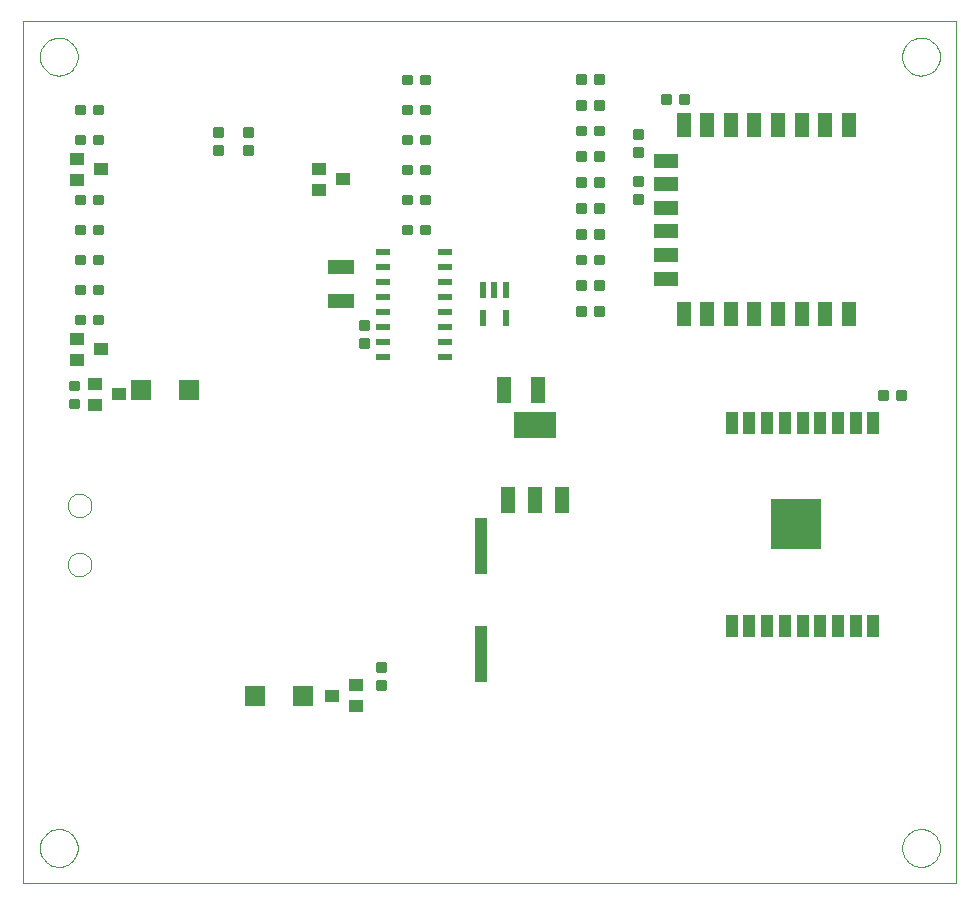
<source format=gtp>
G75*
%MOIN*%
%OFA0B0*%
%FSLAX24Y24*%
%IPPOS*%
%LPD*%
%AMOC8*
5,1,8,0,0,1.08239X$1,22.5*
%
%ADD10C,0.0000*%
%ADD11R,0.0500X0.0900*%
%ADD12R,0.1400X0.0850*%
%ADD13R,0.0450X0.0900*%
%ADD14R,0.0394X0.1850*%
%ADD15R,0.0472X0.0236*%
%ADD16C,0.0088*%
%ADD17R,0.0709X0.0697*%
%ADD18R,0.0472X0.0787*%
%ADD19R,0.0787X0.0472*%
%ADD20R,0.0900X0.0450*%
%ADD21R,0.0433X0.0728*%
%ADD22R,0.1693X0.1693*%
%ADD23R,0.0450X0.0400*%
%ADD24R,0.0220X0.0520*%
D10*
X001306Y002003D02*
X001306Y030743D01*
X032408Y030743D01*
X032408Y002003D01*
X001306Y002003D01*
X001857Y003184D02*
X001859Y003234D01*
X001865Y003284D01*
X001875Y003333D01*
X001889Y003381D01*
X001906Y003428D01*
X001927Y003473D01*
X001952Y003517D01*
X001980Y003558D01*
X002012Y003597D01*
X002046Y003634D01*
X002083Y003668D01*
X002123Y003698D01*
X002165Y003725D01*
X002209Y003749D01*
X002255Y003770D01*
X002302Y003786D01*
X002350Y003799D01*
X002400Y003808D01*
X002449Y003813D01*
X002500Y003814D01*
X002550Y003811D01*
X002599Y003804D01*
X002648Y003793D01*
X002696Y003778D01*
X002742Y003760D01*
X002787Y003738D01*
X002830Y003712D01*
X002871Y003683D01*
X002910Y003651D01*
X002946Y003616D01*
X002978Y003578D01*
X003008Y003538D01*
X003035Y003495D01*
X003058Y003451D01*
X003077Y003405D01*
X003093Y003357D01*
X003105Y003308D01*
X003113Y003259D01*
X003117Y003209D01*
X003117Y003159D01*
X003113Y003109D01*
X003105Y003060D01*
X003093Y003011D01*
X003077Y002963D01*
X003058Y002917D01*
X003035Y002873D01*
X003008Y002830D01*
X002978Y002790D01*
X002946Y002752D01*
X002910Y002717D01*
X002871Y002685D01*
X002830Y002656D01*
X002787Y002630D01*
X002742Y002608D01*
X002696Y002590D01*
X002648Y002575D01*
X002599Y002564D01*
X002550Y002557D01*
X002500Y002554D01*
X002449Y002555D01*
X002400Y002560D01*
X002350Y002569D01*
X002302Y002582D01*
X002255Y002598D01*
X002209Y002619D01*
X002165Y002643D01*
X002123Y002670D01*
X002083Y002700D01*
X002046Y002734D01*
X002012Y002771D01*
X001980Y002810D01*
X001952Y002851D01*
X001927Y002895D01*
X001906Y002940D01*
X001889Y002987D01*
X001875Y003035D01*
X001865Y003084D01*
X001859Y003134D01*
X001857Y003184D01*
X002782Y012633D02*
X002784Y012672D01*
X002790Y012711D01*
X002800Y012749D01*
X002813Y012786D01*
X002830Y012821D01*
X002850Y012855D01*
X002874Y012886D01*
X002901Y012915D01*
X002930Y012941D01*
X002962Y012964D01*
X002996Y012984D01*
X003032Y013000D01*
X003069Y013012D01*
X003108Y013021D01*
X003147Y013026D01*
X003186Y013027D01*
X003225Y013024D01*
X003264Y013017D01*
X003301Y013006D01*
X003338Y012992D01*
X003373Y012974D01*
X003406Y012953D01*
X003437Y012928D01*
X003465Y012901D01*
X003490Y012871D01*
X003512Y012838D01*
X003531Y012804D01*
X003546Y012768D01*
X003558Y012730D01*
X003566Y012692D01*
X003570Y012653D01*
X003570Y012613D01*
X003566Y012574D01*
X003558Y012536D01*
X003546Y012498D01*
X003531Y012462D01*
X003512Y012428D01*
X003490Y012395D01*
X003465Y012365D01*
X003437Y012338D01*
X003406Y012313D01*
X003373Y012292D01*
X003338Y012274D01*
X003301Y012260D01*
X003264Y012249D01*
X003225Y012242D01*
X003186Y012239D01*
X003147Y012240D01*
X003108Y012245D01*
X003069Y012254D01*
X003032Y012266D01*
X002996Y012282D01*
X002962Y012302D01*
X002930Y012325D01*
X002901Y012351D01*
X002874Y012380D01*
X002850Y012411D01*
X002830Y012445D01*
X002813Y012480D01*
X002800Y012517D01*
X002790Y012555D01*
X002784Y012594D01*
X002782Y012633D01*
X002782Y014602D02*
X002784Y014641D01*
X002790Y014680D01*
X002800Y014718D01*
X002813Y014755D01*
X002830Y014790D01*
X002850Y014824D01*
X002874Y014855D01*
X002901Y014884D01*
X002930Y014910D01*
X002962Y014933D01*
X002996Y014953D01*
X003032Y014969D01*
X003069Y014981D01*
X003108Y014990D01*
X003147Y014995D01*
X003186Y014996D01*
X003225Y014993D01*
X003264Y014986D01*
X003301Y014975D01*
X003338Y014961D01*
X003373Y014943D01*
X003406Y014922D01*
X003437Y014897D01*
X003465Y014870D01*
X003490Y014840D01*
X003512Y014807D01*
X003531Y014773D01*
X003546Y014737D01*
X003558Y014699D01*
X003566Y014661D01*
X003570Y014622D01*
X003570Y014582D01*
X003566Y014543D01*
X003558Y014505D01*
X003546Y014467D01*
X003531Y014431D01*
X003512Y014397D01*
X003490Y014364D01*
X003465Y014334D01*
X003437Y014307D01*
X003406Y014282D01*
X003373Y014261D01*
X003338Y014243D01*
X003301Y014229D01*
X003264Y014218D01*
X003225Y014211D01*
X003186Y014208D01*
X003147Y014209D01*
X003108Y014214D01*
X003069Y014223D01*
X003032Y014235D01*
X002996Y014251D01*
X002962Y014271D01*
X002930Y014294D01*
X002901Y014320D01*
X002874Y014349D01*
X002850Y014380D01*
X002830Y014414D01*
X002813Y014449D01*
X002800Y014486D01*
X002790Y014524D01*
X002784Y014563D01*
X002782Y014602D01*
X001857Y029562D02*
X001859Y029612D01*
X001865Y029662D01*
X001875Y029711D01*
X001889Y029759D01*
X001906Y029806D01*
X001927Y029851D01*
X001952Y029895D01*
X001980Y029936D01*
X002012Y029975D01*
X002046Y030012D01*
X002083Y030046D01*
X002123Y030076D01*
X002165Y030103D01*
X002209Y030127D01*
X002255Y030148D01*
X002302Y030164D01*
X002350Y030177D01*
X002400Y030186D01*
X002449Y030191D01*
X002500Y030192D01*
X002550Y030189D01*
X002599Y030182D01*
X002648Y030171D01*
X002696Y030156D01*
X002742Y030138D01*
X002787Y030116D01*
X002830Y030090D01*
X002871Y030061D01*
X002910Y030029D01*
X002946Y029994D01*
X002978Y029956D01*
X003008Y029916D01*
X003035Y029873D01*
X003058Y029829D01*
X003077Y029783D01*
X003093Y029735D01*
X003105Y029686D01*
X003113Y029637D01*
X003117Y029587D01*
X003117Y029537D01*
X003113Y029487D01*
X003105Y029438D01*
X003093Y029389D01*
X003077Y029341D01*
X003058Y029295D01*
X003035Y029251D01*
X003008Y029208D01*
X002978Y029168D01*
X002946Y029130D01*
X002910Y029095D01*
X002871Y029063D01*
X002830Y029034D01*
X002787Y029008D01*
X002742Y028986D01*
X002696Y028968D01*
X002648Y028953D01*
X002599Y028942D01*
X002550Y028935D01*
X002500Y028932D01*
X002449Y028933D01*
X002400Y028938D01*
X002350Y028947D01*
X002302Y028960D01*
X002255Y028976D01*
X002209Y028997D01*
X002165Y029021D01*
X002123Y029048D01*
X002083Y029078D01*
X002046Y029112D01*
X002012Y029149D01*
X001980Y029188D01*
X001952Y029229D01*
X001927Y029273D01*
X001906Y029318D01*
X001889Y029365D01*
X001875Y029413D01*
X001865Y029462D01*
X001859Y029512D01*
X001857Y029562D01*
X030597Y029562D02*
X030599Y029612D01*
X030605Y029662D01*
X030615Y029711D01*
X030629Y029759D01*
X030646Y029806D01*
X030667Y029851D01*
X030692Y029895D01*
X030720Y029936D01*
X030752Y029975D01*
X030786Y030012D01*
X030823Y030046D01*
X030863Y030076D01*
X030905Y030103D01*
X030949Y030127D01*
X030995Y030148D01*
X031042Y030164D01*
X031090Y030177D01*
X031140Y030186D01*
X031189Y030191D01*
X031240Y030192D01*
X031290Y030189D01*
X031339Y030182D01*
X031388Y030171D01*
X031436Y030156D01*
X031482Y030138D01*
X031527Y030116D01*
X031570Y030090D01*
X031611Y030061D01*
X031650Y030029D01*
X031686Y029994D01*
X031718Y029956D01*
X031748Y029916D01*
X031775Y029873D01*
X031798Y029829D01*
X031817Y029783D01*
X031833Y029735D01*
X031845Y029686D01*
X031853Y029637D01*
X031857Y029587D01*
X031857Y029537D01*
X031853Y029487D01*
X031845Y029438D01*
X031833Y029389D01*
X031817Y029341D01*
X031798Y029295D01*
X031775Y029251D01*
X031748Y029208D01*
X031718Y029168D01*
X031686Y029130D01*
X031650Y029095D01*
X031611Y029063D01*
X031570Y029034D01*
X031527Y029008D01*
X031482Y028986D01*
X031436Y028968D01*
X031388Y028953D01*
X031339Y028942D01*
X031290Y028935D01*
X031240Y028932D01*
X031189Y028933D01*
X031140Y028938D01*
X031090Y028947D01*
X031042Y028960D01*
X030995Y028976D01*
X030949Y028997D01*
X030905Y029021D01*
X030863Y029048D01*
X030823Y029078D01*
X030786Y029112D01*
X030752Y029149D01*
X030720Y029188D01*
X030692Y029229D01*
X030667Y029273D01*
X030646Y029318D01*
X030629Y029365D01*
X030615Y029413D01*
X030605Y029462D01*
X030599Y029512D01*
X030597Y029562D01*
X030597Y003184D02*
X030599Y003234D01*
X030605Y003284D01*
X030615Y003333D01*
X030629Y003381D01*
X030646Y003428D01*
X030667Y003473D01*
X030692Y003517D01*
X030720Y003558D01*
X030752Y003597D01*
X030786Y003634D01*
X030823Y003668D01*
X030863Y003698D01*
X030905Y003725D01*
X030949Y003749D01*
X030995Y003770D01*
X031042Y003786D01*
X031090Y003799D01*
X031140Y003808D01*
X031189Y003813D01*
X031240Y003814D01*
X031290Y003811D01*
X031339Y003804D01*
X031388Y003793D01*
X031436Y003778D01*
X031482Y003760D01*
X031527Y003738D01*
X031570Y003712D01*
X031611Y003683D01*
X031650Y003651D01*
X031686Y003616D01*
X031718Y003578D01*
X031748Y003538D01*
X031775Y003495D01*
X031798Y003451D01*
X031817Y003405D01*
X031833Y003357D01*
X031845Y003308D01*
X031853Y003259D01*
X031857Y003209D01*
X031857Y003159D01*
X031853Y003109D01*
X031845Y003060D01*
X031833Y003011D01*
X031817Y002963D01*
X031798Y002917D01*
X031775Y002873D01*
X031748Y002830D01*
X031718Y002790D01*
X031686Y002752D01*
X031650Y002717D01*
X031611Y002685D01*
X031570Y002656D01*
X031527Y002630D01*
X031482Y002608D01*
X031436Y002590D01*
X031388Y002575D01*
X031339Y002564D01*
X031290Y002557D01*
X031240Y002554D01*
X031189Y002555D01*
X031140Y002560D01*
X031090Y002569D01*
X031042Y002582D01*
X030995Y002598D01*
X030949Y002619D01*
X030905Y002643D01*
X030863Y002670D01*
X030823Y002700D01*
X030786Y002734D01*
X030752Y002771D01*
X030720Y002810D01*
X030692Y002851D01*
X030667Y002895D01*
X030646Y002940D01*
X030629Y002987D01*
X030615Y003035D01*
X030605Y003084D01*
X030599Y003134D01*
X030597Y003184D01*
D11*
X019277Y014775D03*
X018377Y014775D03*
X017477Y014775D03*
D12*
X018377Y017275D03*
D13*
X018462Y018437D03*
X017312Y018437D03*
D14*
X016552Y013245D03*
X016552Y009663D03*
D15*
X015347Y019560D03*
X015347Y020060D03*
X015347Y020560D03*
X015347Y021060D03*
X015347Y021560D03*
X015347Y022060D03*
X015347Y022560D03*
X015347Y023060D03*
X013300Y023060D03*
X013300Y022560D03*
X013300Y022060D03*
X013300Y021560D03*
X013300Y021060D03*
X013300Y020560D03*
X013300Y020060D03*
X013300Y019560D03*
D16*
X012798Y019876D02*
X012798Y020138D01*
X012798Y019876D02*
X012536Y019876D01*
X012536Y020138D01*
X012798Y020138D01*
X012798Y019963D02*
X012536Y019963D01*
X012536Y020050D02*
X012798Y020050D01*
X012798Y020137D02*
X012536Y020137D01*
X012798Y020476D02*
X012798Y020738D01*
X012798Y020476D02*
X012536Y020476D01*
X012536Y020738D01*
X012798Y020738D01*
X012798Y020563D02*
X012536Y020563D01*
X012536Y020650D02*
X012798Y020650D01*
X012798Y020737D02*
X012536Y020737D01*
X013975Y023672D02*
X014237Y023672D01*
X013975Y023672D02*
X013975Y023934D01*
X014237Y023934D01*
X014237Y023672D01*
X014237Y023759D02*
X013975Y023759D01*
X013975Y023846D02*
X014237Y023846D01*
X014237Y023933D02*
X013975Y023933D01*
X014575Y023672D02*
X014837Y023672D01*
X014575Y023672D02*
X014575Y023934D01*
X014837Y023934D01*
X014837Y023672D01*
X014837Y023759D02*
X014575Y023759D01*
X014575Y023846D02*
X014837Y023846D01*
X014837Y023933D02*
X014575Y023933D01*
X014575Y024934D02*
X014837Y024934D01*
X014837Y024672D01*
X014575Y024672D01*
X014575Y024934D01*
X014575Y024759D02*
X014837Y024759D01*
X014837Y024846D02*
X014575Y024846D01*
X014575Y024933D02*
X014837Y024933D01*
X014237Y024934D02*
X013975Y024934D01*
X014237Y024934D02*
X014237Y024672D01*
X013975Y024672D01*
X013975Y024934D01*
X013975Y024759D02*
X014237Y024759D01*
X014237Y024846D02*
X013975Y024846D01*
X013975Y024933D02*
X014237Y024933D01*
X014237Y025672D02*
X013975Y025672D01*
X013975Y025934D01*
X014237Y025934D01*
X014237Y025672D01*
X014237Y025759D02*
X013975Y025759D01*
X013975Y025846D02*
X014237Y025846D01*
X014237Y025933D02*
X013975Y025933D01*
X014575Y025672D02*
X014837Y025672D01*
X014575Y025672D02*
X014575Y025934D01*
X014837Y025934D01*
X014837Y025672D01*
X014837Y025759D02*
X014575Y025759D01*
X014575Y025846D02*
X014837Y025846D01*
X014837Y025933D02*
X014575Y025933D01*
X014575Y026672D02*
X014837Y026672D01*
X014575Y026672D02*
X014575Y026934D01*
X014837Y026934D01*
X014837Y026672D01*
X014837Y026759D02*
X014575Y026759D01*
X014575Y026846D02*
X014837Y026846D01*
X014837Y026933D02*
X014575Y026933D01*
X014237Y026672D02*
X013975Y026672D01*
X013975Y026934D01*
X014237Y026934D01*
X014237Y026672D01*
X014237Y026759D02*
X013975Y026759D01*
X013975Y026846D02*
X014237Y026846D01*
X014237Y026933D02*
X013975Y026933D01*
X013975Y027934D02*
X014237Y027934D01*
X014237Y027672D01*
X013975Y027672D01*
X013975Y027934D01*
X013975Y027759D02*
X014237Y027759D01*
X014237Y027846D02*
X013975Y027846D01*
X013975Y027933D02*
X014237Y027933D01*
X014575Y027934D02*
X014837Y027934D01*
X014837Y027672D01*
X014575Y027672D01*
X014575Y027934D01*
X014575Y027759D02*
X014837Y027759D01*
X014837Y027846D02*
X014575Y027846D01*
X014575Y027933D02*
X014837Y027933D01*
X014837Y028672D02*
X014575Y028672D01*
X014575Y028934D01*
X014837Y028934D01*
X014837Y028672D01*
X014837Y028759D02*
X014575Y028759D01*
X014575Y028846D02*
X014837Y028846D01*
X014837Y028933D02*
X014575Y028933D01*
X014237Y028672D02*
X013975Y028672D01*
X013975Y028934D01*
X014237Y028934D01*
X014237Y028672D01*
X014237Y028759D02*
X013975Y028759D01*
X013975Y028846D02*
X014237Y028846D01*
X014237Y028933D02*
X013975Y028933D01*
X008675Y027194D02*
X008675Y026932D01*
X008675Y027194D02*
X008937Y027194D01*
X008937Y026932D01*
X008675Y026932D01*
X008675Y027019D02*
X008937Y027019D01*
X008937Y027106D02*
X008675Y027106D01*
X008675Y027193D02*
X008937Y027193D01*
X008675Y026594D02*
X008675Y026332D01*
X008675Y026594D02*
X008937Y026594D01*
X008937Y026332D01*
X008675Y026332D01*
X008675Y026419D02*
X008937Y026419D01*
X008937Y026506D02*
X008675Y026506D01*
X008675Y026593D02*
X008937Y026593D01*
X007937Y026594D02*
X007937Y026332D01*
X007675Y026332D01*
X007675Y026594D01*
X007937Y026594D01*
X007937Y026419D02*
X007675Y026419D01*
X007675Y026506D02*
X007937Y026506D01*
X007937Y026593D02*
X007675Y026593D01*
X007937Y026932D02*
X007937Y027194D01*
X007937Y026932D02*
X007675Y026932D01*
X007675Y027194D01*
X007937Y027194D01*
X007937Y027019D02*
X007675Y027019D01*
X007675Y027106D02*
X007937Y027106D01*
X007937Y027193D02*
X007675Y027193D01*
X003937Y026672D02*
X003675Y026672D01*
X003675Y026934D01*
X003937Y026934D01*
X003937Y026672D01*
X003937Y026759D02*
X003675Y026759D01*
X003675Y026846D02*
X003937Y026846D01*
X003937Y026933D02*
X003675Y026933D01*
X003337Y026672D02*
X003075Y026672D01*
X003075Y026934D01*
X003337Y026934D01*
X003337Y026672D01*
X003337Y026759D02*
X003075Y026759D01*
X003075Y026846D02*
X003337Y026846D01*
X003337Y026933D02*
X003075Y026933D01*
X003075Y027672D02*
X003337Y027672D01*
X003075Y027672D02*
X003075Y027934D01*
X003337Y027934D01*
X003337Y027672D01*
X003337Y027759D02*
X003075Y027759D01*
X003075Y027846D02*
X003337Y027846D01*
X003337Y027933D02*
X003075Y027933D01*
X003675Y027672D02*
X003937Y027672D01*
X003675Y027672D02*
X003675Y027934D01*
X003937Y027934D01*
X003937Y027672D01*
X003937Y027759D02*
X003675Y027759D01*
X003675Y027846D02*
X003937Y027846D01*
X003937Y027933D02*
X003675Y027933D01*
X003675Y024672D02*
X003937Y024672D01*
X003675Y024672D02*
X003675Y024934D01*
X003937Y024934D01*
X003937Y024672D01*
X003937Y024759D02*
X003675Y024759D01*
X003675Y024846D02*
X003937Y024846D01*
X003937Y024933D02*
X003675Y024933D01*
X003337Y024672D02*
X003075Y024672D01*
X003075Y024934D01*
X003337Y024934D01*
X003337Y024672D01*
X003337Y024759D02*
X003075Y024759D01*
X003075Y024846D02*
X003337Y024846D01*
X003337Y024933D02*
X003075Y024933D01*
X003075Y023672D02*
X003337Y023672D01*
X003075Y023672D02*
X003075Y023934D01*
X003337Y023934D01*
X003337Y023672D01*
X003337Y023759D02*
X003075Y023759D01*
X003075Y023846D02*
X003337Y023846D01*
X003337Y023933D02*
X003075Y023933D01*
X003675Y023672D02*
X003937Y023672D01*
X003675Y023672D02*
X003675Y023934D01*
X003937Y023934D01*
X003937Y023672D01*
X003937Y023759D02*
X003675Y023759D01*
X003675Y023846D02*
X003937Y023846D01*
X003937Y023933D02*
X003675Y023933D01*
X003675Y022672D02*
X003937Y022672D01*
X003675Y022672D02*
X003675Y022934D01*
X003937Y022934D01*
X003937Y022672D01*
X003937Y022759D02*
X003675Y022759D01*
X003675Y022846D02*
X003937Y022846D01*
X003937Y022933D02*
X003675Y022933D01*
X003337Y022672D02*
X003075Y022672D01*
X003075Y022934D01*
X003337Y022934D01*
X003337Y022672D01*
X003337Y022759D02*
X003075Y022759D01*
X003075Y022846D02*
X003337Y022846D01*
X003337Y022933D02*
X003075Y022933D01*
X003075Y021672D02*
X003337Y021672D01*
X003075Y021672D02*
X003075Y021934D01*
X003337Y021934D01*
X003337Y021672D01*
X003337Y021759D02*
X003075Y021759D01*
X003075Y021846D02*
X003337Y021846D01*
X003337Y021933D02*
X003075Y021933D01*
X003675Y021672D02*
X003937Y021672D01*
X003675Y021672D02*
X003675Y021934D01*
X003937Y021934D01*
X003937Y021672D01*
X003937Y021759D02*
X003675Y021759D01*
X003675Y021846D02*
X003937Y021846D01*
X003937Y021933D02*
X003675Y021933D01*
X003675Y020672D02*
X003937Y020672D01*
X003675Y020672D02*
X003675Y020934D01*
X003937Y020934D01*
X003937Y020672D01*
X003937Y020759D02*
X003675Y020759D01*
X003675Y020846D02*
X003937Y020846D01*
X003937Y020933D02*
X003675Y020933D01*
X003337Y020672D02*
X003075Y020672D01*
X003075Y020934D01*
X003337Y020934D01*
X003337Y020672D01*
X003337Y020759D02*
X003075Y020759D01*
X003075Y020846D02*
X003337Y020846D01*
X003337Y020933D02*
X003075Y020933D01*
X002875Y018734D02*
X002875Y018472D01*
X002875Y018734D02*
X003137Y018734D01*
X003137Y018472D01*
X002875Y018472D01*
X002875Y018559D02*
X003137Y018559D01*
X003137Y018646D02*
X002875Y018646D01*
X002875Y018733D02*
X003137Y018733D01*
X002875Y018134D02*
X002875Y017872D01*
X002875Y018134D02*
X003137Y018134D01*
X003137Y017872D01*
X002875Y017872D01*
X002875Y017959D02*
X003137Y017959D01*
X003137Y018046D02*
X002875Y018046D01*
X002875Y018133D02*
X003137Y018133D01*
X013347Y009354D02*
X013347Y009092D01*
X013085Y009092D01*
X013085Y009354D01*
X013347Y009354D01*
X013347Y009179D02*
X013085Y009179D01*
X013085Y009266D02*
X013347Y009266D01*
X013347Y009353D02*
X013085Y009353D01*
X013347Y008754D02*
X013347Y008492D01*
X013085Y008492D01*
X013085Y008754D01*
X013347Y008754D01*
X013347Y008579D02*
X013085Y008579D01*
X013085Y008666D02*
X013347Y008666D01*
X013347Y008753D02*
X013085Y008753D01*
X019775Y020952D02*
X020037Y020952D01*
X019775Y020952D02*
X019775Y021214D01*
X020037Y021214D01*
X020037Y020952D01*
X020037Y021039D02*
X019775Y021039D01*
X019775Y021126D02*
X020037Y021126D01*
X020037Y021213D02*
X019775Y021213D01*
X019775Y021812D02*
X020037Y021812D01*
X019775Y021812D02*
X019775Y022074D01*
X020037Y022074D01*
X020037Y021812D01*
X020037Y021899D02*
X019775Y021899D01*
X019775Y021986D02*
X020037Y021986D01*
X020037Y022073D02*
X019775Y022073D01*
X020375Y021812D02*
X020637Y021812D01*
X020375Y021812D02*
X020375Y022074D01*
X020637Y022074D01*
X020637Y021812D01*
X020637Y021899D02*
X020375Y021899D01*
X020375Y021986D02*
X020637Y021986D01*
X020637Y022073D02*
X020375Y022073D01*
X020375Y022934D02*
X020637Y022934D01*
X020637Y022672D01*
X020375Y022672D01*
X020375Y022934D01*
X020375Y022759D02*
X020637Y022759D01*
X020637Y022846D02*
X020375Y022846D01*
X020375Y022933D02*
X020637Y022933D01*
X020637Y023532D02*
X020375Y023532D01*
X020375Y023794D01*
X020637Y023794D01*
X020637Y023532D01*
X020637Y023619D02*
X020375Y023619D01*
X020375Y023706D02*
X020637Y023706D01*
X020637Y023793D02*
X020375Y023793D01*
X020037Y023532D02*
X019775Y023532D01*
X019775Y023794D01*
X020037Y023794D01*
X020037Y023532D01*
X020037Y023619D02*
X019775Y023619D01*
X019775Y023706D02*
X020037Y023706D01*
X020037Y023793D02*
X019775Y023793D01*
X019775Y024654D02*
X020037Y024654D01*
X020037Y024392D01*
X019775Y024392D01*
X019775Y024654D01*
X019775Y024479D02*
X020037Y024479D01*
X020037Y024566D02*
X019775Y024566D01*
X019775Y024653D02*
X020037Y024653D01*
X020375Y024654D02*
X020637Y024654D01*
X020637Y024392D01*
X020375Y024392D01*
X020375Y024654D01*
X020375Y024479D02*
X020637Y024479D01*
X020637Y024566D02*
X020375Y024566D01*
X020375Y024653D02*
X020637Y024653D01*
X020637Y025514D02*
X020375Y025514D01*
X020637Y025514D02*
X020637Y025252D01*
X020375Y025252D01*
X020375Y025514D01*
X020375Y025339D02*
X020637Y025339D01*
X020637Y025426D02*
X020375Y025426D01*
X020375Y025513D02*
X020637Y025513D01*
X020637Y026112D02*
X020375Y026112D01*
X020375Y026374D01*
X020637Y026374D01*
X020637Y026112D01*
X020637Y026199D02*
X020375Y026199D01*
X020375Y026286D02*
X020637Y026286D01*
X020637Y026373D02*
X020375Y026373D01*
X020037Y026112D02*
X019775Y026112D01*
X019775Y026374D01*
X020037Y026374D01*
X020037Y026112D01*
X020037Y026199D02*
X019775Y026199D01*
X019775Y026286D02*
X020037Y026286D01*
X020037Y026373D02*
X019775Y026373D01*
X019775Y026972D02*
X020037Y026972D01*
X019775Y026972D02*
X019775Y027234D01*
X020037Y027234D01*
X020037Y026972D01*
X020037Y027059D02*
X019775Y027059D01*
X019775Y027146D02*
X020037Y027146D01*
X020037Y027233D02*
X019775Y027233D01*
X020375Y026972D02*
X020637Y026972D01*
X020375Y026972D02*
X020375Y027234D01*
X020637Y027234D01*
X020637Y026972D01*
X020637Y027059D02*
X020375Y027059D01*
X020375Y027146D02*
X020637Y027146D01*
X020637Y027233D02*
X020375Y027233D01*
X020375Y027832D02*
X020637Y027832D01*
X020375Y027832D02*
X020375Y028094D01*
X020637Y028094D01*
X020637Y027832D01*
X020637Y027919D02*
X020375Y027919D01*
X020375Y028006D02*
X020637Y028006D01*
X020637Y028093D02*
X020375Y028093D01*
X020037Y027832D02*
X019775Y027832D01*
X019775Y028094D01*
X020037Y028094D01*
X020037Y027832D01*
X020037Y027919D02*
X019775Y027919D01*
X019775Y028006D02*
X020037Y028006D01*
X020037Y028093D02*
X019775Y028093D01*
X019775Y028692D02*
X020037Y028692D01*
X019775Y028692D02*
X019775Y028954D01*
X020037Y028954D01*
X020037Y028692D01*
X020037Y028779D02*
X019775Y028779D01*
X019775Y028866D02*
X020037Y028866D01*
X020037Y028953D02*
X019775Y028953D01*
X020375Y028692D02*
X020637Y028692D01*
X020375Y028692D02*
X020375Y028954D01*
X020637Y028954D01*
X020637Y028692D01*
X020637Y028779D02*
X020375Y028779D01*
X020375Y028866D02*
X020637Y028866D01*
X020637Y028953D02*
X020375Y028953D01*
X021927Y027104D02*
X021927Y026842D01*
X021665Y026842D01*
X021665Y027104D01*
X021927Y027104D01*
X021927Y026929D02*
X021665Y026929D01*
X021665Y027016D02*
X021927Y027016D01*
X021927Y027103D02*
X021665Y027103D01*
X021927Y026504D02*
X021927Y026242D01*
X021665Y026242D01*
X021665Y026504D01*
X021927Y026504D01*
X021927Y026329D02*
X021665Y026329D01*
X021665Y026416D02*
X021927Y026416D01*
X021927Y026503D02*
X021665Y026503D01*
X021927Y025554D02*
X021927Y025292D01*
X021665Y025292D01*
X021665Y025554D01*
X021927Y025554D01*
X021927Y025379D02*
X021665Y025379D01*
X021665Y025466D02*
X021927Y025466D01*
X021927Y025553D02*
X021665Y025553D01*
X021927Y024954D02*
X021927Y024692D01*
X021665Y024692D01*
X021665Y024954D01*
X021927Y024954D01*
X021927Y024779D02*
X021665Y024779D01*
X021665Y024866D02*
X021927Y024866D01*
X021927Y024953D02*
X021665Y024953D01*
X020037Y025514D02*
X019775Y025514D01*
X020037Y025514D02*
X020037Y025252D01*
X019775Y025252D01*
X019775Y025514D01*
X019775Y025339D02*
X020037Y025339D01*
X020037Y025426D02*
X019775Y025426D01*
X019775Y025513D02*
X020037Y025513D01*
X020037Y022934D02*
X019775Y022934D01*
X020037Y022934D02*
X020037Y022672D01*
X019775Y022672D01*
X019775Y022934D01*
X019775Y022759D02*
X020037Y022759D01*
X020037Y022846D02*
X019775Y022846D01*
X019775Y022933D02*
X020037Y022933D01*
X020375Y020952D02*
X020637Y020952D01*
X020375Y020952D02*
X020375Y021214D01*
X020637Y021214D01*
X020637Y020952D01*
X020637Y021039D02*
X020375Y021039D01*
X020375Y021126D02*
X020637Y021126D01*
X020637Y021213D02*
X020375Y021213D01*
X022594Y028274D02*
X022856Y028274D01*
X022856Y028012D01*
X022594Y028012D01*
X022594Y028274D01*
X022594Y028099D02*
X022856Y028099D01*
X022856Y028186D02*
X022594Y028186D01*
X022594Y028273D02*
X022856Y028273D01*
X023194Y028274D02*
X023456Y028274D01*
X023456Y028012D01*
X023194Y028012D01*
X023194Y028274D01*
X023194Y028099D02*
X023456Y028099D01*
X023456Y028186D02*
X023194Y028186D01*
X023194Y028273D02*
X023456Y028273D01*
X029841Y018141D02*
X030103Y018141D01*
X029841Y018141D02*
X029841Y018403D01*
X030103Y018403D01*
X030103Y018141D01*
X030103Y018228D02*
X029841Y018228D01*
X029841Y018315D02*
X030103Y018315D01*
X030103Y018402D02*
X029841Y018402D01*
X030441Y018141D02*
X030703Y018141D01*
X030441Y018141D02*
X030441Y018403D01*
X030703Y018403D01*
X030703Y018141D01*
X030703Y018228D02*
X030441Y018228D01*
X030441Y018315D02*
X030703Y018315D01*
X030703Y018402D02*
X030441Y018402D01*
D17*
X010630Y008253D03*
X009022Y008253D03*
X006844Y018456D03*
X005236Y018456D03*
D18*
X023314Y020979D03*
X024101Y020979D03*
X024889Y020979D03*
X025676Y020979D03*
X026464Y020979D03*
X027251Y020979D03*
X028038Y020979D03*
X028826Y020979D03*
X028826Y027278D03*
X028038Y027278D03*
X027251Y027278D03*
X026464Y027278D03*
X025676Y027278D03*
X024889Y027278D03*
X024101Y027278D03*
X023314Y027278D03*
D19*
X022731Y026097D03*
X022731Y025310D03*
X022731Y024522D03*
X022731Y023735D03*
X022731Y022947D03*
X022731Y022160D03*
D20*
X011886Y022559D03*
X011886Y021409D03*
D21*
X024919Y017348D03*
X025509Y017348D03*
X026100Y017348D03*
X026690Y017348D03*
X027281Y017348D03*
X027871Y017348D03*
X028462Y017348D03*
X029053Y017348D03*
X029643Y017348D03*
X029643Y010596D03*
X029053Y010596D03*
X028462Y010596D03*
X027871Y010596D03*
X027281Y010596D03*
X026690Y010596D03*
X026100Y010596D03*
X025509Y010596D03*
X024919Y010596D03*
D22*
X027056Y013972D03*
D23*
X012406Y008603D03*
X012406Y007903D03*
X011606Y008253D03*
X003706Y017953D03*
X004506Y018303D03*
X003706Y018653D03*
X003106Y019453D03*
X003106Y020153D03*
X003906Y019803D03*
X003106Y025453D03*
X003106Y026153D03*
X003906Y025803D03*
X011159Y025832D03*
X011159Y025132D03*
X011959Y025482D03*
D24*
X016635Y021780D03*
X017009Y021780D03*
X017383Y021780D03*
X017383Y020840D03*
X016635Y020840D03*
M02*

</source>
